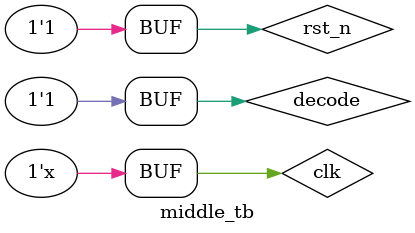
<source format=v>
module middle_tb();
reg[4:0] i,k;
reg decode;
reg	rst_n;
reg clk;
wire clk1;
wire clk2;
wire clk3;
wire clk4;
wire clk5;
wire clk6;
wire s1;
wire s2;
wire we;
wire re;
wire[4:0] times;
wire[4:0] number;
wire[4:0] waddr;
wire[4:0] raddr;

reg[2:0] di[19:0];
reg[2:0] c2v20[19:0];
reg[2:0] c2v21[19:0];
reg[2:0] c2v22[19:0];

//------------------------------
wire en;
wire ok_n;

reg[2:0] vn0;
reg[2:0] vn1;
reg[2:0] vn2;
reg[2:0] vn3;
reg[2:0] vn4;
reg[2:0] vn5;
reg[2:0] vn6;
reg[2:0] vn7;
reg[2:0] vn8;
reg[2:0] vn9;
reg[2:0] vn10;
reg[2:0] vn11;
reg[2:0] vn12;
reg[2:0] vn13;
reg[2:0] vn14;
reg[2:0] vn15;
reg[2:0] vn16;
reg[2:0] vn17;
reg[2:0] vn18;
reg[2:0] vn19;

wire[2:0] c2v0_0;
wire[2:0] c2v0_1;
wire[2:0] c2v0_2;
wire[2:0] c2v0_3;
wire[2:0] c2v0_4;
wire[2:0] c2v0_5;

wire[2:0] c2v1_0;
wire[2:0] c2v1_1;
wire[2:0] c2v1_2;
wire[2:0] c2v1_3;
wire[2:0] c2v1_4;
wire[2:0] c2v1_5;

wire[2:0] c2v2_0;
wire[2:0] c2v2_1;
wire[2:0] c2v2_2;
wire[2:0] c2v2_3;
wire[2:0] c2v2_4;
wire[2:0] c2v2_5;

wire[2:0] c2v3_0;
wire[2:0] c2v3_1;
wire[2:0] c2v3_2;
wire[2:0] c2v3_3;
wire[2:0] c2v3_4;
wire[2:0] c2v3_5;

wire[2:0] c2v4_0;
wire[2:0] c2v4_1;
wire[2:0] c2v4_2;
wire[2:0] c2v4_3;
wire[2:0] c2v4_4;
wire[2:0] c2v4_5;

wire[2:0] c2v5_0;
wire[2:0] c2v5_1;
wire[2:0] c2v5_2;
wire[2:0] c2v5_3;
wire[2:0] c2v5_4;
wire[2:0] c2v5_5;

wire[2:0] c2v6_0;
wire[2:0] c2v6_1;
wire[2:0] c2v6_2;
wire[2:0] c2v6_3;
wire[2:0] c2v6_4;
wire[2:0] c2v6_5;

wire[2:0] c2v7_0;
wire[2:0] c2v7_1;
wire[2:0] c2v7_2;
wire[2:0] c2v7_3;
wire[2:0] c2v7_4;
wire[2:0] c2v7_5;
wire[2:0] c2v7_6;
wire[2:0] c2v7_7;

wire[2:0] c2v8_0;
wire[2:0] c2v8_1;
wire[2:0] c2v8_2;
wire[2:0] c2v8_3;
wire[2:0] c2v8_4;
wire[2:0] c2v8_5;

wire[2:0] c2v9_0;
wire[2:0] c2v9_1;
wire[2:0] c2v9_2;
wire[2:0] c2v9_3;

reg[2:0] vn[19:0];
wire[2:0] vnc;
//--------------------------------------
vntest u1 
(.c2v0(c2v20[k]),
.c2v1(c2v21[k]),
.c2v2(c2v22[k]),
.di(di[i]),
.clk(clk),
.clk1(clk1),
.clk2(clk2),
.clk3(clk3),
.clk4(clk4),
.s1(s1),
.s2(s2),
.en(en),
.rst_n(rst_n),
.waddr(waddr),
.we(we),
.re(re),
.raddr(raddr),
.vn(vnc));
//--------------------------------
v2c2v u2 	 
(.vn0(vn0),
.vn1(vn1),
.vn2(vn2),
.vn3(vn3),
.vn4(vn4),
.vn5(vn5),
.vn6(vn6),
.vn7(vn7),
.vn8(vn8),
.vn9(vn9),
.vn10(vn10),
.vn11(vn11),
.vn12(vn12),
.vn13(vn13),
.vn14(vn14),
.vn15(vn15),
.vn16(vn16),
.vn17(vn17),
.vn18(vn18),
.vn19(vn19),
		 
.c2v0_0(c2v0_0),
.c2v0_1(c2v0_1),
.c2v0_2(c2v0_2),
.c2v0_3(c2v0_3),
.c2v0_4(c2v0_4),
.c2v0_5(c2v0_5),

.c2v1_0(c2v1_0),
.c2v1_1(c2v1_1),
.c2v1_2(c2v1_2),
.c2v1_3(c2v1_3),
.c2v1_4(c2v1_4),
.c2v1_5(c2v1_5),
		 
.c2v2_0(c2v2_0),
.c2v2_1(c2v2_1),
.c2v2_2(c2v2_2),
.c2v2_3(c2v2_3),
.c2v2_4(c2v2_4),
.c2v2_5(c2v2_5),
		 
.c2v3_0(c2v3_0),
.c2v3_1(c2v3_1),
.c2v3_2(c2v3_2),
.c2v3_3(c2v3_3),
.c2v3_4(c2v3_4),
.c2v3_5(c2v3_5),
		 
.c2v4_0(c2v4_0),
.c2v4_1(c2v4_1),
.c2v4_2(c2v4_2),
.c2v4_3(c2v4_3),
.c2v4_4(c2v4_4),
.c2v4_5(c2v4_5),
		 
.c2v5_0(c2v5_0),
.c2v5_1(c2v5_1),
.c2v5_2(c2v5_2),
.c2v5_3(c2v5_3),
.c2v5_4(c2v5_4),
.c2v5_5(c2v5_5),
		 
.c2v6_0(c2v6_0),
.c2v6_1(c2v6_1),
.c2v6_2(c2v6_2),
.c2v6_3(c2v6_3),
.c2v6_4(c2v6_4),
.c2v6_5(c2v6_5),
		
.c2v7_0(c2v7_0),
.c2v7_1(c2v7_1),
.c2v7_2(c2v7_2),
.c2v7_3(c2v7_3),
.c2v7_4(c2v7_4),
.c2v7_5(c2v7_5),	
.c2v7_6(c2v7_6),
.c2v7_7(c2v7_7),
		 
.c2v8_0(c2v8_0),
.c2v8_1(c2v8_1),
.c2v8_2(c2v8_2),
.c2v8_3(c2v8_3),
.c2v8_4(c2v8_4),
.c2v8_5(c2v8_5),
		 
.c2v9_0(c2v9_0),
.c2v9_1(c2v9_1),
.c2v9_2(c2v9_2),
.c2v9_3(c2v9_3),

.ok_n(ok_n),
.clk5(clk5),
.clk6(clk6));
//----------------------------
cntrl u3
(.rst_n(rst_n),
.decode(decode),
.ok_n(ok_n),
.en(en),
.clk(clk),
.clk1(clk1),
.clk2(clk2),
.clk3(clk3),
.clk4(clk4),
.clk5(clk5),
.clk6(clk6),
.s1(s1),
.s2(s2),
.we(we),
.re(re),
.waddr(waddr),
.raddr(raddr),
.number(number),
.times(times));
//------------------------------------------------
task pulse;
input n;
integer j;
    for(j = 0;j < n;j = j + 1) 
        begin
            #1
            clk = ~ clk;
            #1
            clk = ~ clk;
        end
endtask
//-------------------------------------------
task Loading;
begin
	  di[0] = 3'd1;
	  di[1] = 3'd3;
	  di[2] = 3'd6;
	  di[3] = 3'd4;
	  di[4] = 3'd1;
	  di[5] = 3'd4;
	  di[6] = 3'd6;
	  di[7] = 3'd6;
	  di[8] = 3'd2;
	  di[9] = 3'd0;
	  di[10] = 3'd6;
	  di[11] = 3'd1;
	  di[12] = 3'd7;
	  di[13] = 3'd7;
	  di[14] = 3'd3;
	  di[15] = 3'd4;
	  di[16] = 3'd1;
	  di[16] = 3'd1;
	  di[17] = 3'd7;
	  di[18] = 3'd6;
	  di[19] = 3'd6;
end
endtask
//---------------------------------------
//always #1 pulse(3);
always #2 clk=~clk;
always @(posedge clk)
begin
	  if(clk)
	      begin
	          vn0 = vn[0];
	          vn1 = vn[1];
	          vn2 = vn[2];
	          vn3 = vn[3];
	          vn4 = vn[4];
	          vn5 = vn[5];
	          vn6 = vn[6];
	          vn7 = vn[7];
	          vn8 = vn[8];
	          vn9 = vn[9];
	          vn10 = vn[10];
	          vn11 = vn[11];
	          vn12 = vn[12];
	          vn13 = vn[13];
	          vn14 = vn[14];
	          vn15 = vn[15];
	          vn16 = vn[16];
	          vn17 = vn[17];
	          vn18 = vn[18];
	          vn19 = vn[19];
//---------------------------------------------------	   
            c2v20[0] = c2v0_0;  c2v21[0] = c2v5_0;  c2v22[0] = c2v9_0;
            c2v20[1] = c2v0_1;  c2v21[1] = c2v2_0;  c2v22[1] = c2v8_0;
            c2v20[2] = c2v3_0;  c2v21[2] = c2v6_0;  c2v22[2] = c2v9_1;
            c2v20[3] = c2v2_1;  c2v21[3] = c2v4_0;  c2v22[3] = c2v7_0;
            c2v20[4] = c2v1_0;  c2v21[4] = c2v5_1;  c2v22[4] = c2v9_2;
            c2v20[5] = c2v0_2;  c2v21[5] = c2v7_1;  c2v22[5] = c2v8_1;
            c2v20[6] = c2v1_1;  c2v21[6] = c2v3_1;  c2v22[6] = c2v6_1;
            c2v20[7] = c2v2_2;  c2v21[7] = c2v5_2;  c2v22[7] = c2v8_2;
            c2v20[8] = c2v1_2;  c2v21[8] = c2v3_2;  c2v22[8] = c2v7_2;
            c2v20[9] = c2v4_1;  c2v21[9] = c2v6_2;  c2v22[9] = c2v8_3;
            c2v20[10] = c2v0_3; c2v21[10] = c2v2_3; c2v22[10] = c2v8_4;
            c2v20[11] = c2v1_3; c2v21[11] = c2v4_2; c2v22[11] = c2v7_3;
            c2v20[12] = c2v0_4; c2v21[12] = c2v3_3; c2v22[12] = c2v7_4;
            c2v20[13] = c2v0_5; c2v21[13] = c2v1_4; c2v22[13] = c2v5_3;
            c2v20[14] = c2v1_5; c2v21[14] = c2v2_4; c2v22[14] = c2v4_3;
            c2v20[15] = c2v2_5; c2v21[15] = c2v3_4; c2v22[15] = c2v7_5;
            c2v20[16] = c2v3_5; c2v21[16] = c2v4_4; c2v22[16] = c2v6_3;
            c2v20[17] = c2v4_5; c2v21[17] = c2v5_4; c2v22[17] = c2v7_6;
            c2v20[18] = c2v5_5; c2v21[18] = c2v6_4; c2v22[18] = c2v9_3;
            c2v20[19] = c2v6_5; c2v21[19] = c2v7_7; c2v22[19] = c2v8_5;
        end
end
//---------------------------------------------------------------
initial begin 
	  clk = 1'b0;
    rst_n = 1'b0;
    decode = 1'b0;
    Loading;
    i <= 1'b0;
    k <= 1'b0;
#5 
    rst_n = 1'b1;
#2  
    decode = 1'b1;  
end
//---------------
always @(posedge clk)
begin 
	  i = number;
#1
	  vn[i] = vnc;
	  //$display("the %d di is %d....",i,di[i]);
    $display("the %d vn is %d....",number,vn[i]);
end
//------------------------
always @(posedge clk)
begin 
	  k = times;
#1
	  vn[k - 1] = vnc;
	  $display("the %d - 1 v2c is %d....",k,vn[k - 1]);
end
endmodule
</source>
